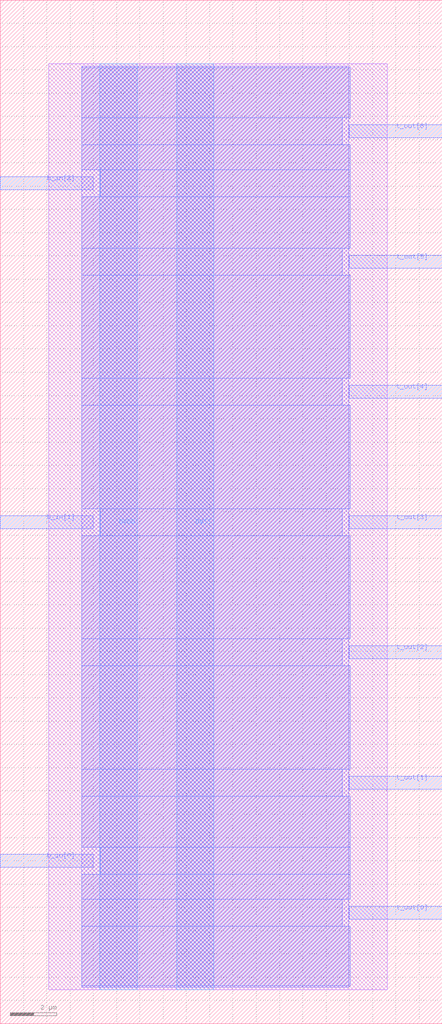
<source format=lef>
VERSION 5.7 ;
  NOWIREEXTENSIONATPIN ON ;
  DIVIDERCHAR "/" ;
  BUSBITCHARS "[]" ;
MACRO dac_matrix_decoder
  CLASS BLOCK ;
  FOREIGN dac_matrix_decoder ;
  ORIGIN -8.000 -10.000 ;
  SIZE 19.000 BY 44.000 ;
  PIN DVDD
    DIRECTION INOUT ;
    USE POWER ;
    PORT
      LAYER Metal4 ;
        RECT 12.280 11.460 13.880 51.260 ;
    END
  END DVDD
  PIN DVSS
    DIRECTION INOUT ;
    USE GROUND ;
    PORT
      LAYER Metal4 ;
        RECT 15.580 11.460 17.180 51.260 ;
    END
  END DVSS
  PIN b_in[0]
    DIRECTION INPUT ;
    USE SIGNAL ;
    ANTENNAGATEAREA 0.741000 ;
    PORT
      LAYER Metal3 ;
        RECT 8.000 16.720 12.000 17.280 ;
    END
  END b_in[0]
  PIN b_in[1]
    DIRECTION INPUT ;
    USE SIGNAL ;
    ANTENNAGATEAREA 0.741000 ;
    PORT
      LAYER Metal3 ;
        RECT 8.000 31.280 12.000 31.840 ;
    END
  END b_in[1]
  PIN b_in[2]
    DIRECTION INPUT ;
    USE SIGNAL ;
    ANTENNAGATEAREA 0.741000 ;
    PORT
      LAYER Metal3 ;
        RECT 8.000 45.840 12.000 46.400 ;
    END
  END b_in[2]
  PIN t_out[0]
    DIRECTION OUTPUT ;
    USE SIGNAL ;
    ANTENNADIFFAREA 1.986000 ;
    PORT
      LAYER Metal3 ;
        RECT 23.000 14.480 27.000 15.040 ;
    END
  END t_out[0]
  PIN t_out[1]
    DIRECTION OUTPUT ;
    USE SIGNAL ;
    ANTENNADIFFAREA 1.986000 ;
    PORT
      LAYER Metal3 ;
        RECT 23.000 20.080 27.000 20.640 ;
    END
  END t_out[1]
  PIN t_out[2]
    DIRECTION OUTPUT ;
    USE SIGNAL ;
    ANTENNADIFFAREA 1.986000 ;
    PORT
      LAYER Metal3 ;
        RECT 23.000 25.680 27.000 26.240 ;
    END
  END t_out[2]
  PIN t_out[3]
    DIRECTION OUTPUT ;
    USE SIGNAL ;
    ANTENNADIFFAREA 1.986000 ;
    PORT
      LAYER Metal3 ;
        RECT 23.000 31.280 27.000 31.840 ;
    END
  END t_out[3]
  PIN t_out[4]
    DIRECTION OUTPUT ;
    USE SIGNAL ;
    ANTENNADIFFAREA 1.986000 ;
    PORT
      LAYER Metal3 ;
        RECT 23.000 36.880 27.000 37.440 ;
    END
  END t_out[4]
  PIN t_out[5]
    DIRECTION OUTPUT ;
    USE SIGNAL ;
    ANTENNADIFFAREA 1.986000 ;
    PORT
      LAYER Metal3 ;
        RECT 23.000 42.480 27.000 43.040 ;
    END
  END t_out[5]
  PIN t_out[6]
    DIRECTION OUTPUT ;
    USE SIGNAL ;
    ANTENNADIFFAREA 1.986000 ;
    PORT
      LAYER Metal3 ;
        RECT 23.000 48.080 27.000 48.640 ;
    END
  END t_out[6]
  OBS
      LAYER Metal1 ;
        RECT 10.080 11.460 24.640 51.260 ;
      LAYER Metal2 ;
        RECT 11.500 11.570 22.980 51.150 ;
      LAYER Metal3 ;
        RECT 11.500 48.940 23.030 51.100 ;
        RECT 11.500 47.780 22.700 48.940 ;
        RECT 11.500 46.700 23.030 47.780 ;
        RECT 12.300 45.540 23.030 46.700 ;
        RECT 11.500 43.340 23.030 45.540 ;
        RECT 11.500 42.180 22.700 43.340 ;
        RECT 11.500 37.740 23.030 42.180 ;
        RECT 11.500 36.580 22.700 37.740 ;
        RECT 11.500 32.140 23.030 36.580 ;
        RECT 12.300 30.980 22.700 32.140 ;
        RECT 11.500 26.540 23.030 30.980 ;
        RECT 11.500 25.380 22.700 26.540 ;
        RECT 11.500 20.940 23.030 25.380 ;
        RECT 11.500 19.780 22.700 20.940 ;
        RECT 11.500 17.580 23.030 19.780 ;
        RECT 12.300 16.420 23.030 17.580 ;
        RECT 11.500 15.340 23.030 16.420 ;
        RECT 11.500 14.180 22.700 15.340 ;
        RECT 11.500 11.620 23.030 14.180 ;
  END
END dac_matrix_decoder
END LIBRARY


</source>
